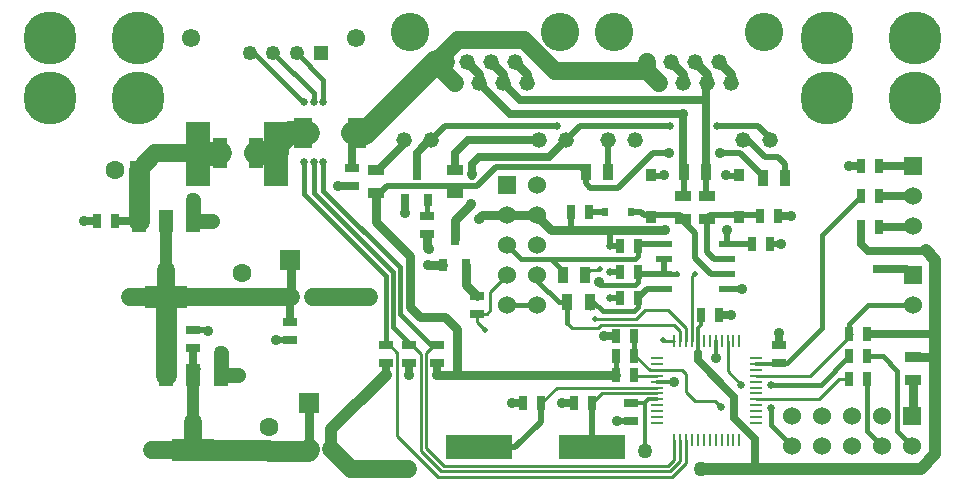
<source format=gtl>
G04 #@! TF.FileFunction,Copper,L1,Top,Signal*
%FSLAX46Y46*%
G04 Gerber Fmt 4.6, Leading zero omitted, Abs format (unit mm)*
G04 Created by KiCad (PCBNEW (2014-jul-16 BZR unknown)-product) date Ter 09 Dez 2014 17:14:19 BRST*
%MOMM*%
G01*
G04 APERTURE LIST*
%ADD10C,0.150000*%
%ADD11C,1.600000*%
%ADD12R,1.600000X1.600000*%
%ADD13R,0.635000X1.143000*%
%ADD14R,1.143000X0.635000*%
%ADD15C,4.500000*%
%ADD16R,1.500000X2.600000*%
%ADD17R,0.850900X1.016000*%
%ADD18R,0.609600X0.685800*%
%ADD19C,1.320800*%
%ADD20C,3.251200*%
%ADD21R,1.524000X1.524000*%
%ADD22C,1.524000*%
%ADD23R,0.800100X1.000760*%
%ADD24R,1.397000X0.889000*%
%ADD25R,0.889000X1.397000*%
%ADD26R,1.250000X1.250000*%
%ADD27C,1.250000*%
%ADD28C,1.550000*%
%ADD29R,1.700000X1.700000*%
%ADD30R,1.000760X0.269240*%
%ADD31R,0.269240X1.000760*%
%ADD32R,3.600000X1.900000*%
%ADD33R,1.200000X1.900000*%
%ADD34R,1.399540X0.599440*%
%ADD35R,5.588000X2.108200*%
%ADD36R,1.270000X2.540000*%
%ADD37R,2.000000X5.400000*%
%ADD38C,0.889000*%
%ADD39C,1.270000*%
%ADD40C,0.635000*%
%ADD41C,0.508000*%
%ADD42C,0.304800*%
%ADD43C,0.381000*%
%ADD44C,0.635000*%
%ADD45C,1.016000*%
%ADD46C,0.762000*%
%ADD47C,1.524000*%
%ADD48C,0.508000*%
%ADD49C,2.032000*%
%ADD50C,1.778000*%
%ADD51C,1.270000*%
%ADD52C,0.254000*%
G04 APERTURE END LIST*
D10*
D11*
X8100000Y-13600000D03*
D12*
X10100000Y-13600000D03*
D13*
X8092160Y-17950800D03*
X6568160Y-17950800D03*
D11*
X18830160Y-22350800D03*
D12*
X18830160Y-24350800D03*
D14*
X22930160Y-26488800D03*
X22930160Y-28012800D03*
D13*
X62038000Y-19900000D03*
X63562000Y-19900000D03*
D14*
X28194000Y-13487400D03*
X28194000Y-15011400D03*
D11*
X21100000Y-35400000D03*
D12*
X21100000Y-37400000D03*
D14*
X14732000Y-28727400D03*
X14732000Y-27203400D03*
X64324800Y-29984600D03*
X64324800Y-28460600D03*
D13*
X52062000Y-27700000D03*
X50538000Y-27700000D03*
X42638000Y-33400000D03*
X44162000Y-33400000D03*
X46938000Y-33400000D03*
X48462000Y-33400000D03*
D14*
X51800000Y-33338000D03*
X51800000Y-34862000D03*
D13*
X57738000Y-25900000D03*
X59262000Y-25900000D03*
D14*
X72824800Y-20460600D03*
X72824800Y-21984600D03*
D15*
X75850000Y-7500000D03*
X68350000Y-7500000D03*
X75850000Y-2500000D03*
X68350000Y-2500000D03*
X10050000Y-7500000D03*
X2550000Y-7500000D03*
X10050000Y-2500000D03*
X2550000Y-2500000D03*
D16*
X28550000Y-10500000D03*
X24050000Y-10500000D03*
D17*
X53500000Y-17578000D03*
X53500000Y-14022000D03*
X60900000Y-17578000D03*
X60900000Y-14022000D03*
D18*
X51817600Y-17200000D03*
X49582400Y-17200000D03*
D19*
X49842000Y-11104000D03*
X52128000Y-11104000D03*
X61272000Y-11104000D03*
X63558000Y-11104000D03*
X60256000Y-6278000D03*
X58224000Y-6278000D03*
X56192000Y-6278000D03*
X54160000Y-6278000D03*
X57208000Y-4500000D03*
X55176000Y-4500000D03*
X59240000Y-4500000D03*
X53144000Y-4500000D03*
D20*
X50350000Y-1960000D03*
X63050000Y-1960000D03*
D19*
X32542000Y-11104000D03*
X34828000Y-11104000D03*
X43972000Y-11104000D03*
X46258000Y-11104000D03*
X42956000Y-6278000D03*
X40924000Y-6278000D03*
X38892000Y-6278000D03*
X36860000Y-6278000D03*
X39908000Y-4500000D03*
X37876000Y-4500000D03*
X41940000Y-4500000D03*
X35844000Y-4500000D03*
D20*
X33050000Y-1960000D03*
X45750000Y-1960000D03*
D21*
X75624800Y-13282600D03*
D22*
X75624800Y-15822600D03*
X75624800Y-18362600D03*
D21*
X75604800Y-34452600D03*
D22*
X75604800Y-36992600D03*
X73064800Y-34452600D03*
X73064800Y-36992600D03*
X70524800Y-34452600D03*
X70524800Y-36992600D03*
X67984800Y-34452600D03*
X67984800Y-36992600D03*
X65444800Y-34452600D03*
X65444800Y-36992600D03*
D21*
X75624800Y-22552600D03*
D22*
X75624800Y-25092600D03*
D23*
X33635000Y-13934180D03*
X34587500Y-16133820D03*
X32682500Y-16133820D03*
X36855400Y-19499580D03*
X37807900Y-21699220D03*
X35902900Y-21699220D03*
D14*
X34535000Y-19096000D03*
X34535000Y-17572000D03*
X38717220Y-25841960D03*
X38717220Y-24317960D03*
D24*
X30226000Y-15557500D03*
X30226000Y-13652500D03*
X36900000Y-15552500D03*
X36900000Y-13647500D03*
D25*
X47947500Y-13800000D03*
X49852500Y-13800000D03*
X62947500Y-14300000D03*
X64852500Y-14300000D03*
D24*
X58200000Y-15847500D03*
X58200000Y-17752500D03*
X56200000Y-15847500D03*
X56200000Y-17752500D03*
D13*
X64262000Y-17500000D03*
X62738000Y-17500000D03*
X48262000Y-17200000D03*
X46738000Y-17200000D03*
D25*
X22977660Y-24350800D03*
X24882660Y-24350800D03*
X58152500Y-13800000D03*
X56247500Y-13800000D03*
D13*
X50838000Y-22300000D03*
X52362000Y-22300000D03*
X50838000Y-20100000D03*
X52362000Y-20100000D03*
X50838000Y-24500000D03*
X52362000Y-24500000D03*
D25*
X24515500Y-37300000D03*
X26420500Y-37300000D03*
D13*
X72786800Y-18422600D03*
X71262800Y-18422600D03*
X72786800Y-13322600D03*
X71262800Y-13322600D03*
X72786800Y-15822600D03*
X71262800Y-15822600D03*
X50538000Y-31000000D03*
X52062000Y-31000000D03*
X50538000Y-29350000D03*
X52062000Y-29350000D03*
D24*
X75624800Y-29470100D03*
X75624800Y-31375100D03*
D14*
X35375000Y-30009200D03*
X35375000Y-28485200D03*
X32975000Y-30009200D03*
X32975000Y-28485200D03*
X31025000Y-30009200D03*
X31025000Y-28485200D03*
D13*
X70262800Y-29422600D03*
X71786800Y-29422600D03*
X70262800Y-31322600D03*
X71786800Y-31322600D03*
X71786800Y-27522600D03*
X70262800Y-27522600D03*
D26*
X25500000Y-3750000D03*
D27*
X21500000Y-3750000D03*
X19500000Y-3750000D03*
D28*
X28500000Y-2500000D03*
X14500000Y-2500000D03*
D27*
X23500000Y-3750000D03*
D29*
X22930160Y-21250800D03*
X24511000Y-33324800D03*
D30*
X62401160Y-35050820D03*
X53998840Y-29549180D03*
X53998840Y-30049560D03*
X53998840Y-30549940D03*
X53998840Y-31050320D03*
X53998840Y-31550700D03*
X53998840Y-32051080D03*
X53998840Y-32548920D03*
X53998840Y-33049300D03*
X53998840Y-33549680D03*
X53998840Y-34050060D03*
X53998840Y-34550440D03*
X53998840Y-35050820D03*
D31*
X55449180Y-36501160D03*
X55949560Y-36501160D03*
X56449940Y-36501160D03*
X56937620Y-36501160D03*
X57450700Y-36501160D03*
X57951080Y-36501160D03*
X58448920Y-36501160D03*
X58949300Y-36501160D03*
X59449680Y-36501160D03*
X59950060Y-36501160D03*
X60450440Y-36501160D03*
X60950820Y-36501160D03*
D30*
X62401160Y-34550440D03*
X62401160Y-34050060D03*
X62401160Y-33549680D03*
X62401160Y-33049300D03*
X62401160Y-32548920D03*
X62401160Y-32051080D03*
X62401160Y-31550700D03*
X62401160Y-31050320D03*
X62401160Y-30549940D03*
X62401160Y-30049560D03*
X62401160Y-29549180D03*
D31*
X60950820Y-28098840D03*
X60450440Y-28098840D03*
X59950060Y-28098840D03*
X59449680Y-28098840D03*
X58949300Y-28098840D03*
X58448920Y-28098840D03*
X57951080Y-28098840D03*
X57450700Y-28098840D03*
X56950320Y-28098840D03*
X56449940Y-28098840D03*
X55949560Y-28098840D03*
X55449180Y-28098840D03*
D32*
X12430160Y-24350800D03*
D33*
X12430160Y-17950800D03*
X10130160Y-17950800D03*
X14730160Y-17950800D03*
D32*
X14732000Y-37363000D03*
D33*
X14732000Y-30963000D03*
X12432000Y-30963000D03*
X17032000Y-30963000D03*
D34*
X59867000Y-19895000D03*
X54533000Y-19895000D03*
X59867000Y-21165000D03*
X59867000Y-22435000D03*
X59867000Y-23705000D03*
X54533000Y-21165000D03*
X54533000Y-22435000D03*
X54533000Y-23705000D03*
D35*
X48449800Y-37100000D03*
X38950200Y-37100000D03*
D21*
X41300400Y-14935200D03*
D22*
X43840400Y-14935200D03*
X41300400Y-17475200D03*
X43840400Y-17475200D03*
X41300400Y-20015200D03*
X43840400Y-20015200D03*
X41300400Y-22555200D03*
X43840400Y-22555200D03*
X41300400Y-25095200D03*
X43840400Y-25095200D03*
D25*
X48272700Y-24815800D03*
X46367700Y-24815800D03*
X45986700Y-22555200D03*
X47891700Y-22555200D03*
D36*
X20024000Y-12200000D03*
X16976000Y-12200000D03*
D37*
X21742940Y-12303760D03*
X15142940Y-12303760D03*
D38*
X35382200Y-30988000D03*
X32969200Y-30988000D03*
X31038800Y-30988000D03*
D39*
X32925000Y-38925000D03*
X52950000Y-37400000D03*
D38*
X55000000Y-12200000D03*
X59300000Y-12200000D03*
D39*
X57683400Y-38912800D03*
D40*
X49987200Y-24503000D03*
X49987200Y-20083400D03*
X49987200Y-22293200D03*
D38*
X59900000Y-18700000D03*
X54700000Y-18700000D03*
D39*
X29591000Y-24358600D03*
D38*
X38912800Y-17757140D03*
X64500000Y-19900000D03*
X61200000Y-23700000D03*
X55458360Y-31551880D03*
X32685000Y-17284000D03*
X5430160Y-17950800D03*
D39*
X14730160Y-16150800D03*
X16330160Y-17950800D03*
D38*
X50600000Y-34850000D03*
X58950860Y-29560520D03*
X26974800Y-15011400D03*
D39*
X17043400Y-29159200D03*
X18491200Y-30962600D03*
D38*
X15951200Y-27228800D03*
X21717000Y-28016200D03*
X41681400Y-33401000D03*
X45974000Y-33401000D03*
X59800000Y-14100000D03*
X54600000Y-14100000D03*
X65300000Y-17500000D03*
X49500000Y-27700000D03*
X60224800Y-25922600D03*
X70224800Y-13322600D03*
X64324800Y-27422600D03*
X34610040Y-21701760D03*
D41*
X55702200Y-22428200D03*
X57162700Y-22428200D03*
D38*
X49029620Y-23088600D03*
X34660840Y-20350480D03*
D41*
X54488080Y-28049220D03*
D40*
X63652400Y-33756600D03*
X59424800Y-33722600D03*
D38*
X56200000Y-8900000D03*
D40*
X25740360Y-7894320D03*
X25740360Y-12966700D03*
X24902160Y-7894320D03*
X24902160Y-12969240D03*
X24063960Y-7894320D03*
X24061420Y-12966700D03*
X61124800Y-31822600D03*
X63624800Y-31822600D03*
X45500000Y-9900000D03*
X59100000Y-9900000D03*
X55100000Y-9900000D03*
D38*
X38272720Y-16487140D03*
X38285420Y-14008100D03*
D41*
X49382680Y-25600000D03*
X39395400Y-27178000D03*
X49169320Y-22026880D03*
X48762920Y-26289000D03*
D42*
X53250700Y-33049300D02*
X52962000Y-33338000D01*
X52925000Y-33338000D02*
X51800000Y-33338000D01*
X52962000Y-33338000D02*
X52925000Y-33338000D01*
X53998840Y-33049300D02*
X53250700Y-33049300D01*
D43*
X50538000Y-29350000D02*
X50538000Y-31000000D01*
D42*
X57450700Y-27049300D02*
X57738000Y-26762000D01*
X57738000Y-26762000D02*
X57738000Y-25900000D01*
X57450700Y-28098840D02*
X57450700Y-27049300D01*
D44*
X35375000Y-30009200D02*
X35375000Y-30980800D01*
X35375000Y-30980800D02*
X35382200Y-30988000D01*
X32975000Y-30982200D02*
X32975000Y-30009200D01*
X32975000Y-30982200D02*
X32969200Y-30988000D01*
X31025000Y-30974200D02*
X31025000Y-30009200D01*
X31025000Y-30974200D02*
X31038800Y-30988000D01*
D45*
X26420500Y-35606300D02*
X31038800Y-30988000D01*
X26420500Y-37300000D02*
X26420500Y-35606300D01*
D44*
X50526000Y-30988000D02*
X50538000Y-31000000D01*
D46*
X37058600Y-30988000D02*
X50526000Y-30988000D01*
X35382200Y-30988000D02*
X37058600Y-30988000D01*
X33068106Y-20910906D02*
X33068106Y-25271712D01*
X33068106Y-20910906D02*
X30226000Y-18068800D01*
X30226000Y-18068800D02*
X30226000Y-15557500D01*
X36042600Y-26124000D02*
X37058600Y-27140000D01*
X33920394Y-26124000D02*
X36042600Y-26124000D01*
X33068106Y-25271712D02*
X33920394Y-26124000D01*
X37058600Y-30988000D02*
X37058600Y-27140000D01*
D47*
X26420500Y-37300000D02*
X28045500Y-38925000D01*
X32925000Y-38925000D02*
X28045500Y-38925000D01*
D42*
X52925000Y-33338000D02*
X52925000Y-37375000D01*
X52925000Y-37375000D02*
X52950000Y-37400000D01*
D48*
X36347500Y-15000000D02*
X36900000Y-15552500D01*
X36347400Y-15000000D02*
X36347500Y-15000000D01*
X30226000Y-15557500D02*
X30542500Y-15557500D01*
X30542500Y-15557500D02*
X31100000Y-15000000D01*
X31100000Y-15000000D02*
X36347400Y-15000000D01*
X37452500Y-15000000D02*
X36900000Y-15552500D01*
X37820600Y-15000000D02*
X37452500Y-15000000D01*
X38201600Y-15000000D02*
X37820600Y-15000000D01*
X38738780Y-15000000D02*
X40327580Y-13411200D01*
X38738780Y-15000000D02*
X38201600Y-15000000D01*
X37820600Y-15000000D02*
X36347400Y-15000000D01*
X47947500Y-13800000D02*
X47558700Y-13411200D01*
X40327580Y-13411200D02*
X47558700Y-13411200D01*
X50636200Y-15163800D02*
X53600000Y-12200000D01*
X53600000Y-12200000D02*
X55000000Y-12200000D01*
X62947500Y-14147500D02*
X62947500Y-14300000D01*
X61000000Y-12200000D02*
X59300000Y-12200000D01*
X62947500Y-14147500D02*
X61000000Y-12200000D01*
X47947500Y-13800000D02*
X47947500Y-14775100D01*
X47947500Y-14775100D02*
X48336200Y-15163800D01*
X48336200Y-15163800D02*
X50636200Y-15163800D01*
D45*
X57683400Y-38912800D02*
X62224800Y-38912800D01*
X77524800Y-29422600D02*
X77524800Y-27522600D01*
X62224800Y-38912800D02*
X76334600Y-38912800D01*
X76334600Y-38912800D02*
X77524800Y-37722600D01*
X77524800Y-37722600D02*
X77524800Y-29422600D01*
D42*
X57450700Y-29205900D02*
X57454800Y-29210000D01*
X57450700Y-29122600D02*
X57450700Y-29205900D01*
X57450700Y-28098840D02*
X57450700Y-29122600D01*
D44*
X71786800Y-27522600D02*
X77524800Y-27522600D01*
D46*
X77524800Y-29470100D02*
X77524800Y-29422600D01*
X75624800Y-29470100D02*
X77524800Y-29470100D01*
D44*
X57450700Y-29748500D02*
X60524800Y-32822600D01*
X60524800Y-32822600D02*
X60524800Y-34622600D01*
X60524800Y-34622600D02*
X62306200Y-36404000D01*
X62306200Y-36404000D02*
X62306200Y-38912800D01*
X62306200Y-38912800D02*
X62224800Y-38912800D01*
X57450700Y-29122600D02*
X57450700Y-29748500D01*
X76762800Y-20460600D02*
X76724800Y-20422600D01*
D45*
X77524800Y-21222600D02*
X77524800Y-27522600D01*
X77524800Y-21222600D02*
X76724800Y-20422600D01*
D44*
X72824800Y-20460600D02*
X76762800Y-20460600D01*
X71262800Y-19860600D02*
X71862800Y-20460600D01*
X71862800Y-20460600D02*
X72824800Y-20460600D01*
X71262800Y-18422600D02*
X71262800Y-19860600D01*
X43960000Y-17500000D02*
X43900000Y-17560000D01*
D48*
X62033000Y-19895000D02*
X62038000Y-19900000D01*
X59867000Y-19895000D02*
X62033000Y-19895000D01*
X49987200Y-24503000D02*
X49990200Y-24500000D01*
X49990200Y-24500000D02*
X50838000Y-24500000D01*
X50838000Y-20100000D02*
X50003800Y-20100000D01*
X50003800Y-20100000D02*
X49987200Y-20083400D01*
X49994000Y-22300000D02*
X49987200Y-22293200D01*
X50838000Y-22300000D02*
X49994000Y-22300000D01*
D46*
X43900000Y-17600000D02*
X45000000Y-18700000D01*
X46800000Y-18700000D02*
X49900000Y-18700000D01*
X45000000Y-18700000D02*
X46800000Y-18700000D01*
X43900000Y-17560000D02*
X43900000Y-17600000D01*
X49900000Y-18700000D02*
X54700000Y-18700000D01*
D48*
X59900000Y-19862000D02*
X59867000Y-19895000D01*
X59900000Y-18700000D02*
X59900000Y-19862000D01*
X46738000Y-18700000D02*
X46800000Y-18638000D01*
X46800000Y-18638000D02*
X46800000Y-18700000D01*
X46738000Y-17200000D02*
X46738000Y-18700000D01*
X49987200Y-18700000D02*
X49900000Y-18700000D01*
X49987200Y-20083400D02*
X49987200Y-18700000D01*
D47*
X29583200Y-24350800D02*
X29591000Y-24358600D01*
X29583200Y-24350800D02*
X24882660Y-24350800D01*
D46*
X41300400Y-17475200D02*
X43840400Y-17475200D01*
X38912800Y-17757140D02*
X39194740Y-17475200D01*
X39194740Y-17475200D02*
X41300400Y-17475200D01*
D44*
X8092160Y-17950800D02*
X10130160Y-17950800D01*
D49*
X15200000Y-12200000D02*
X15200000Y-12400000D01*
D50*
X10130160Y-17950800D02*
X10130160Y-13630160D01*
D47*
X11500000Y-12200000D02*
X10100000Y-13600000D01*
X15200000Y-12200000D02*
X11500000Y-12200000D01*
D49*
X16872240Y-12303760D02*
X16976000Y-12200000D01*
X15142940Y-12303760D02*
X16872240Y-12303760D01*
D46*
X60256000Y-5516000D02*
X59240000Y-4500000D01*
X60256000Y-6278000D02*
X60256000Y-5516000D01*
X42956000Y-5516000D02*
X41940000Y-4500000D01*
X42956000Y-6278000D02*
X42956000Y-5516000D01*
D48*
X63562000Y-19900000D02*
X64500000Y-19900000D01*
X61195000Y-23705000D02*
X61200000Y-23700000D01*
X59867000Y-23705000D02*
X61195000Y-23705000D01*
D42*
X55457180Y-31550700D02*
X55458360Y-31551880D01*
X53998840Y-31550700D02*
X55457180Y-31550700D01*
D44*
X32682500Y-17281500D02*
X32685000Y-17284000D01*
X32682500Y-16133820D02*
X32682500Y-17281500D01*
X6568160Y-17950800D02*
X5430160Y-17950800D01*
D51*
X14730160Y-17950800D02*
X14730160Y-16150800D01*
X14730160Y-17950800D02*
X16330160Y-17950800D01*
D48*
X50612000Y-34862000D02*
X50600000Y-34850000D01*
X51800000Y-34862000D02*
X50612000Y-34862000D01*
D42*
X58949300Y-29558960D02*
X58950860Y-29560520D01*
X58949300Y-28098840D02*
X58949300Y-29558960D01*
D44*
X28194000Y-15011400D02*
X26974800Y-15011400D01*
D51*
X17032000Y-29170600D02*
X17043400Y-29159200D01*
X17032000Y-30963000D02*
X17032000Y-29170600D01*
X18490800Y-30963000D02*
X18491200Y-30962600D01*
X17032000Y-30963000D02*
X18490800Y-30963000D01*
D48*
X15925800Y-27203400D02*
X15951200Y-27228800D01*
X14732000Y-27203400D02*
X15925800Y-27203400D01*
X21720400Y-28012800D02*
X21717000Y-28016200D01*
X22930160Y-28012800D02*
X21720400Y-28012800D01*
D44*
X41682400Y-33400000D02*
X41681400Y-33401000D01*
X42638000Y-33400000D02*
X41682400Y-33400000D01*
X45975000Y-33400000D02*
X45974000Y-33401000D01*
X46938000Y-33400000D02*
X45975000Y-33400000D01*
D48*
X59826140Y-14126140D02*
X59800000Y-14100000D01*
X60900000Y-14126140D02*
X59826140Y-14126140D01*
X54573860Y-14126140D02*
X54600000Y-14100000D01*
X53500000Y-14126140D02*
X54573860Y-14126140D01*
D44*
X64262000Y-17500000D02*
X65300000Y-17500000D01*
X50538000Y-27700000D02*
X49500000Y-27700000D01*
X60202200Y-25900000D02*
X60224800Y-25922600D01*
X59262000Y-25900000D02*
X60202200Y-25900000D01*
X75056800Y-21984600D02*
X75624800Y-22552600D01*
X72824800Y-21984600D02*
X75056800Y-21984600D01*
X71262800Y-13322600D02*
X70224800Y-13322600D01*
X64324800Y-28460600D02*
X64324800Y-27422600D01*
D52*
X34612580Y-21699220D02*
X34610040Y-21701760D01*
D46*
X35902900Y-21699220D02*
X34612580Y-21699220D01*
D52*
X56950320Y-22640580D02*
X57162700Y-22428200D01*
X55695400Y-22435000D02*
X55702200Y-22428200D01*
D43*
X55695400Y-22435000D02*
X54533000Y-22435000D01*
D52*
X56950320Y-28098840D02*
X56950320Y-22640580D01*
D48*
X54533000Y-22435000D02*
X54533000Y-21165000D01*
X52497000Y-22435000D02*
X52362000Y-22300000D01*
X54533000Y-22435000D02*
X52497000Y-22435000D01*
D43*
X41300400Y-25095200D02*
X43840400Y-25095200D01*
X49136300Y-23195280D02*
X49029620Y-23088600D01*
X52100000Y-23400000D02*
X49136300Y-23400000D01*
X52362000Y-22300000D02*
X52362000Y-23138000D01*
X52362000Y-23138000D02*
X52100000Y-23400000D01*
X49136300Y-23400000D02*
X49136300Y-23195280D01*
D52*
X66967080Y-31050320D02*
X70494800Y-27522600D01*
X70494800Y-27522600D02*
X70262800Y-27522600D01*
X62401160Y-31050320D02*
X66967080Y-31050320D01*
D43*
X71854800Y-25092600D02*
X70262800Y-26684600D01*
X70262800Y-26684600D02*
X70262800Y-27522600D01*
X75624800Y-25092600D02*
X71854800Y-25092600D01*
D52*
X34569000Y-19062000D02*
X34535000Y-19096000D01*
D46*
X34535000Y-20224640D02*
X34535000Y-19096000D01*
X34535000Y-20224640D02*
X34660840Y-20350480D01*
D52*
X54488080Y-28049220D02*
X54537700Y-28098840D01*
X54537700Y-28098840D02*
X55449180Y-28098840D01*
D42*
X64259840Y-30049560D02*
X64324800Y-29984600D01*
X62401160Y-30049560D02*
X64259840Y-30049560D01*
D43*
X64962800Y-29984600D02*
X67959800Y-26987600D01*
X67959800Y-26987600D02*
X67959800Y-19125600D01*
X67959800Y-19125600D02*
X71262800Y-15822600D01*
X64324800Y-29984600D02*
X64962800Y-29984600D01*
X52062000Y-29350000D02*
X52062000Y-27700000D01*
D52*
X53349940Y-30549940D02*
X52150000Y-29350000D01*
X52150000Y-29350000D02*
X52062000Y-29350000D01*
X53998840Y-30549940D02*
X53349940Y-30549940D01*
X53998840Y-30549940D02*
X56099800Y-30549940D01*
X57230040Y-33209260D02*
X56461660Y-32440880D01*
X56461660Y-32440880D02*
X56461660Y-30911800D01*
X56461660Y-30911800D02*
X56099800Y-30549940D01*
D43*
X65444800Y-36992600D02*
X63652400Y-35200200D01*
X63652400Y-33756600D02*
X63652400Y-35200200D01*
D52*
X58911460Y-33209260D02*
X59424800Y-33722600D01*
X58911460Y-33209260D02*
X57230040Y-33209260D01*
D46*
X56192000Y-5516000D02*
X55176000Y-4500000D01*
X56192000Y-6278000D02*
X56192000Y-5516000D01*
X38892000Y-5516000D02*
X37876000Y-4500000D01*
X38892000Y-6278000D02*
X38892000Y-5516000D01*
D48*
X38892000Y-6278000D02*
X39028000Y-6278000D01*
D44*
X41514000Y-8900000D02*
X38892000Y-6278000D01*
X56200000Y-8900000D02*
X41514000Y-8900000D01*
X56200000Y-13752500D02*
X56247500Y-13800000D01*
X56200000Y-8900000D02*
X56200000Y-13752500D01*
D48*
X56247500Y-15800000D02*
X56200000Y-15847500D01*
X56247500Y-13800000D02*
X56247500Y-15800000D01*
D46*
X58224000Y-5516000D02*
X57208000Y-4500000D01*
X58224000Y-6278000D02*
X58224000Y-5516000D01*
X40924000Y-5516000D02*
X39908000Y-4500000D01*
X40924000Y-6278000D02*
X40924000Y-5516000D01*
D44*
X58152500Y-6349500D02*
X58224000Y-6278000D01*
X58152500Y-7700000D02*
X58152500Y-6349500D01*
X58152500Y-13800000D02*
X58152500Y-7700000D01*
X40978000Y-6278000D02*
X42400000Y-7700000D01*
X42400000Y-7700000D02*
X58152500Y-7700000D01*
X40924000Y-6278000D02*
X40978000Y-6278000D01*
D48*
X58152500Y-15800000D02*
X58200000Y-15847500D01*
X58152500Y-13800000D02*
X58152500Y-15800000D01*
X52567000Y-19895000D02*
X52362000Y-20100000D01*
X54533000Y-19895000D02*
X52567000Y-19895000D01*
D43*
X42485200Y-21200000D02*
X41300400Y-20015200D01*
X52362000Y-20100000D02*
X52362000Y-20938000D01*
X52100000Y-21200000D02*
X45000000Y-21200000D01*
X52362000Y-20938000D02*
X52100000Y-21200000D01*
X45000000Y-21200000D02*
X42485200Y-21200000D01*
X45986700Y-22186700D02*
X45000000Y-21200000D01*
X45986700Y-22555200D02*
X45986700Y-22186700D01*
D52*
X35112000Y-28485200D02*
X35375000Y-28485200D01*
D43*
X35375000Y-28485200D02*
X35127800Y-28485200D01*
D52*
X54900000Y-38700000D02*
X35940764Y-38700000D01*
X55449180Y-38150820D02*
X54900000Y-38700000D01*
X55449180Y-38150820D02*
X55449180Y-36501160D01*
X35375000Y-28485200D02*
X35091000Y-28485200D01*
X34417002Y-29159198D02*
X35091000Y-28485200D01*
X35940764Y-38700000D02*
X34417002Y-37176238D01*
X34417002Y-29159198D02*
X34417002Y-37176238D01*
D43*
X34886000Y-28485200D02*
X35375000Y-28485200D01*
X25740360Y-7894320D02*
X25740360Y-5990360D01*
X23500000Y-3750000D02*
X25740360Y-5990360D01*
X25740360Y-15401188D02*
X25740360Y-12966700D01*
X32193404Y-21854232D02*
X25740360Y-15401188D01*
X34886000Y-28485200D02*
X32193404Y-25792604D01*
X32193404Y-21854232D02*
X32193404Y-25792604D01*
D52*
X33238000Y-28485200D02*
X32975000Y-28485200D01*
D43*
X32975000Y-28485200D02*
X32962802Y-28485200D01*
D52*
X55089380Y-39157202D02*
X35675184Y-39157202D01*
X55949560Y-38297022D02*
X55089380Y-39157202D01*
X55949560Y-38297022D02*
X55949560Y-36501160D01*
X32975000Y-28485200D02*
X33235000Y-28485200D01*
X33959800Y-29210000D02*
X33235000Y-28485200D01*
X35675184Y-39157202D02*
X33959800Y-37441818D01*
X33959800Y-37441818D02*
X33959800Y-29210000D01*
D43*
X32975000Y-28289798D02*
X32975000Y-28485200D01*
X24902160Y-7894320D02*
X24902160Y-7152160D01*
X21500000Y-3750000D02*
X24902160Y-7152160D01*
X24902160Y-15541574D02*
X24902160Y-12969240D01*
X31609202Y-22248616D02*
X24902160Y-15541574D01*
X32975000Y-28289798D02*
X31609202Y-26924000D01*
X31609202Y-22248616D02*
X31609202Y-26924000D01*
D52*
X31288000Y-28485200D02*
X31025000Y-28485200D01*
X55278760Y-39614404D02*
X35460404Y-39614404D01*
X56449940Y-38443224D02*
X55278760Y-39614404D01*
X56449940Y-38443224D02*
X56449940Y-36501160D01*
X31025000Y-28485200D02*
X31338000Y-28485200D01*
X32000000Y-29147200D02*
X31338000Y-28485200D01*
X35460404Y-39614404D02*
X32000000Y-36154000D01*
X32000000Y-29147200D02*
X32000000Y-36154000D01*
D43*
X24061420Y-12966700D02*
X24061420Y-15654020D01*
X24023320Y-7894320D02*
X19879000Y-3750000D01*
X19879000Y-3750000D02*
X19500000Y-3750000D01*
X24063960Y-7894320D02*
X24023320Y-7894320D01*
X24061420Y-15654020D02*
X31025000Y-22617600D01*
X31025000Y-28485200D02*
X31025000Y-22617600D01*
D52*
X67698100Y-33049300D02*
X62401160Y-33049300D01*
X67698100Y-33049300D02*
X69424800Y-31322600D01*
X70262800Y-31322600D02*
X69424800Y-31322600D01*
X59950060Y-30647860D02*
X61124800Y-31822600D01*
D43*
X70224800Y-29422600D02*
X70262800Y-29422600D01*
X67824800Y-31822600D02*
X63624800Y-31822600D01*
X70224800Y-29422600D02*
X67824800Y-31822600D01*
D52*
X59950060Y-28098840D02*
X59950060Y-30647860D01*
D47*
X35844000Y-5262000D02*
X36860000Y-6278000D01*
X35844000Y-4500000D02*
X35844000Y-5262000D01*
X53144000Y-5262000D02*
X54160000Y-6278000D01*
X53144000Y-4500000D02*
X53144000Y-5262000D01*
X35844000Y-3906000D02*
X37100000Y-2650000D01*
X37100000Y-2650000D02*
X42700000Y-2650000D01*
X42700000Y-2650000D02*
X45312000Y-5262000D01*
X45312000Y-5262000D02*
X53144000Y-5262000D01*
X35844000Y-4500000D02*
X35844000Y-3906000D01*
D49*
X29300000Y-10500000D02*
X35300000Y-4500000D01*
X35300000Y-4500000D02*
X35844000Y-4500000D01*
X28199920Y-10500000D02*
X29300000Y-10500000D01*
D44*
X28194000Y-10505920D02*
X28199920Y-10500000D01*
X28194000Y-13487400D02*
X28194000Y-10505920D01*
D47*
X18830160Y-24350800D02*
X22977660Y-24350800D01*
D44*
X22930160Y-24398300D02*
X22977660Y-24350800D01*
X22930160Y-26488800D02*
X22930160Y-24398300D01*
D46*
X22977660Y-21298300D02*
X22930160Y-21250800D01*
D50*
X12432000Y-24352640D02*
X12430160Y-24350800D01*
X12432000Y-30963000D02*
X12432000Y-24352640D01*
D47*
X12430160Y-24350800D02*
X18830160Y-24350800D01*
X9347020Y-24350800D02*
X9344660Y-24348440D01*
X12430160Y-24350800D02*
X9347020Y-24350800D01*
X12430160Y-22073200D02*
X12435840Y-22067520D01*
X12430160Y-24350800D02*
X12430160Y-22073200D01*
D45*
X12430160Y-17950800D02*
X12430160Y-22073200D01*
D46*
X22977660Y-24350800D02*
X22977660Y-21298300D01*
D48*
X15090140Y-30502860D02*
X14693000Y-30900000D01*
D50*
X21063000Y-37363000D02*
X21100000Y-37400000D01*
X14732000Y-37363000D02*
X21063000Y-37363000D01*
X24415500Y-37400000D02*
X24515500Y-37300000D01*
X21100000Y-37400000D02*
X24415500Y-37400000D01*
D44*
X14732000Y-28727400D02*
X14732000Y-30963000D01*
D46*
X24515500Y-33329300D02*
X24511000Y-33324800D01*
X24515500Y-37300000D02*
X24515500Y-33329300D01*
D47*
X14732000Y-35610800D02*
X14732000Y-34950400D01*
X14732000Y-37363000D02*
X14732000Y-35610800D01*
X11227200Y-37363000D02*
X11226800Y-37363400D01*
X14732000Y-37363000D02*
X11227200Y-37363000D01*
D45*
X14732000Y-30963000D02*
X14732000Y-35610800D01*
D52*
X45510920Y-32051080D02*
X44162000Y-33400000D01*
X53998840Y-32051080D02*
X45510920Y-32051080D01*
D48*
X44162000Y-34938000D02*
X42000000Y-37100000D01*
X42000000Y-37100000D02*
X38950200Y-37100000D01*
X44162000Y-33400000D02*
X44162000Y-34938000D01*
D52*
X49313080Y-32548920D02*
X48462000Y-33400000D01*
X53998840Y-32548920D02*
X49313080Y-32548920D01*
D48*
X48462000Y-37087800D02*
X48449800Y-37100000D01*
X48462000Y-33400000D02*
X48462000Y-37087800D01*
D49*
X21800000Y-11500000D02*
X22800000Y-10500000D01*
X21800000Y-12200000D02*
X21800000Y-11500000D01*
X22800000Y-10500000D02*
X24400080Y-10500000D01*
X21639180Y-12200000D02*
X21742940Y-12303760D01*
X20024000Y-12200000D02*
X21639180Y-12200000D01*
D48*
X53473860Y-17500000D02*
X53500000Y-17473860D01*
X58535000Y-22435000D02*
X57200000Y-21100000D01*
X59867000Y-22435000D02*
X58535000Y-22435000D01*
X57200000Y-18952500D02*
X56100000Y-17852500D01*
X57200000Y-21100000D02*
X57200000Y-18952500D01*
X55921360Y-17473860D02*
X56200000Y-17752500D01*
X53500000Y-17473860D02*
X55921360Y-17473860D01*
X52873860Y-17473860D02*
X52600000Y-17200000D01*
X52600000Y-17200000D02*
X51817600Y-17200000D01*
X53500000Y-17473860D02*
X52873860Y-17473860D01*
X62711860Y-17473860D02*
X62738000Y-17500000D01*
X60900000Y-17473860D02*
X62711860Y-17473860D01*
X58478640Y-17473860D02*
X58200000Y-17752500D01*
X60900000Y-17473860D02*
X58478640Y-17473860D01*
X58200000Y-20600000D02*
X58765000Y-21165000D01*
X58765000Y-21165000D02*
X59867000Y-21165000D01*
X58200000Y-17752500D02*
X58200000Y-20600000D01*
X49582400Y-17200000D02*
X48262000Y-17200000D01*
D44*
X49842000Y-13789500D02*
X49852500Y-13800000D01*
D48*
X49852500Y-11114500D02*
X49842000Y-11104000D01*
X49852500Y-13800000D02*
X49852500Y-11114500D01*
D44*
X34696000Y-11104000D02*
X33635000Y-12165000D01*
X33635000Y-12165000D02*
X33635000Y-13934180D01*
X34828000Y-11104000D02*
X34696000Y-11104000D01*
D48*
X36032000Y-9900000D02*
X34828000Y-11104000D01*
X45500000Y-9900000D02*
X36032000Y-9900000D01*
X61704000Y-11104000D02*
X63100000Y-12500000D01*
X63100000Y-12500000D02*
X64200000Y-12500000D01*
X64200000Y-12500000D02*
X64852500Y-13152500D01*
X64852500Y-13152500D02*
X64852500Y-14300000D01*
X61272000Y-11104000D02*
X61704000Y-11104000D01*
D44*
X38284180Y-13151080D02*
X38936860Y-12498400D01*
X38936860Y-12498400D02*
X44863600Y-12498400D01*
X44863600Y-12498400D02*
X46258000Y-11104000D01*
X38284180Y-13926820D02*
X38284180Y-13151080D01*
X38284180Y-14131320D02*
X38284180Y-13926820D01*
D48*
X47462000Y-9900000D02*
X46258000Y-11104000D01*
X63558000Y-10958000D02*
X62500000Y-9900000D01*
X62500000Y-9900000D02*
X59100000Y-9900000D01*
X63558000Y-11104000D02*
X63558000Y-10958000D01*
X55100000Y-9900000D02*
X47462000Y-9900000D01*
D46*
X36855400Y-17904460D02*
X38272720Y-16487140D01*
X38285420Y-14008100D02*
X38284180Y-14006860D01*
X38284180Y-14006860D02*
X38284180Y-13926820D01*
X36855400Y-19499580D02*
X36855400Y-17904460D01*
D44*
X30347500Y-13652500D02*
X32542000Y-11458000D01*
X32542000Y-11458000D02*
X32542000Y-11104000D01*
X30226000Y-13652500D02*
X30347500Y-13652500D01*
X36900000Y-12200000D02*
X37996000Y-11104000D01*
X37996000Y-11104000D02*
X43972000Y-11104000D01*
X36900000Y-13647500D02*
X36900000Y-12200000D01*
X72786800Y-13322600D02*
X75584800Y-13322600D01*
X75584800Y-13322600D02*
X75624800Y-13282600D01*
X72786800Y-15822600D02*
X75624800Y-15822600D01*
X75564800Y-18422600D02*
X75624800Y-18362600D01*
X72786800Y-18422600D02*
X75564800Y-18422600D01*
D46*
X75624800Y-34432600D02*
X75604800Y-34452600D01*
X75624800Y-31375100D02*
X75624800Y-34432600D01*
D43*
X73124800Y-29422600D02*
X74324800Y-30622600D01*
X74324800Y-30622600D02*
X74324800Y-35712600D01*
X74324800Y-35712600D02*
X75604800Y-36992600D01*
X71786800Y-29422600D02*
X73124800Y-29422600D01*
X71786800Y-35714600D02*
X73064800Y-36992600D01*
X71786800Y-31322600D02*
X71786800Y-35714600D01*
X34535000Y-16186320D02*
X34587500Y-16133820D01*
X34535000Y-17572000D02*
X34535000Y-16186320D01*
D46*
X37807900Y-23408640D02*
X38717220Y-24317960D01*
X37807900Y-21699220D02*
X37807900Y-23408640D01*
D52*
X52112320Y-31050320D02*
X52062000Y-31000000D01*
X53998840Y-31050320D02*
X52112320Y-31050320D01*
D43*
X52362000Y-24500000D02*
X52362000Y-25238000D01*
X52000000Y-25600000D02*
X49382680Y-25600000D01*
X52362000Y-25238000D02*
X52000000Y-25600000D01*
X49382680Y-25600000D02*
X49367440Y-25600000D01*
X48583240Y-24815800D02*
X49367440Y-25600000D01*
D48*
X53157000Y-23705000D02*
X52362000Y-24500000D01*
X54533000Y-23705000D02*
X53157000Y-23705000D01*
D52*
X39555420Y-25841960D02*
X39872920Y-25524460D01*
X39872920Y-25524460D02*
X39872920Y-23982680D01*
X39872920Y-23982680D02*
X41300400Y-22555200D01*
X38717220Y-25841960D02*
X39555420Y-25841960D01*
D43*
X48272700Y-24815800D02*
X48583240Y-24815800D01*
D52*
X39395400Y-27178000D02*
X38717220Y-26499820D01*
X38717220Y-26499820D02*
X38717220Y-25841960D01*
X48272700Y-24815800D02*
X48272700Y-25438100D01*
X49169320Y-22026880D02*
X49115980Y-22080220D01*
X49115980Y-22080220D02*
X48366680Y-22080220D01*
X48366680Y-22080220D02*
X47891700Y-22555200D01*
X56449940Y-27006260D02*
X54932580Y-25488900D01*
X54932580Y-25488900D02*
X52976780Y-25488900D01*
X52976780Y-25488900D02*
X52176680Y-26289000D01*
X52176680Y-26289000D02*
X48762920Y-26289000D01*
X56449940Y-28098840D02*
X56449940Y-27006260D01*
D43*
X43840400Y-23002240D02*
X43840400Y-22555200D01*
X45653960Y-24815800D02*
X43840400Y-23002240D01*
X46367700Y-24815800D02*
X45653960Y-24815800D01*
X46367700Y-24815800D02*
X46367700Y-26593800D01*
D52*
X55949560Y-27305980D02*
X55389782Y-26746202D01*
X55389782Y-26746202D02*
X49253138Y-26746202D01*
X49253138Y-26746202D02*
X48973740Y-27025600D01*
X48973740Y-27025600D02*
X46799500Y-27025600D01*
X46799500Y-27025600D02*
X46367700Y-26593800D01*
X55949560Y-28098840D02*
X55949560Y-27305980D01*
M02*

</source>
